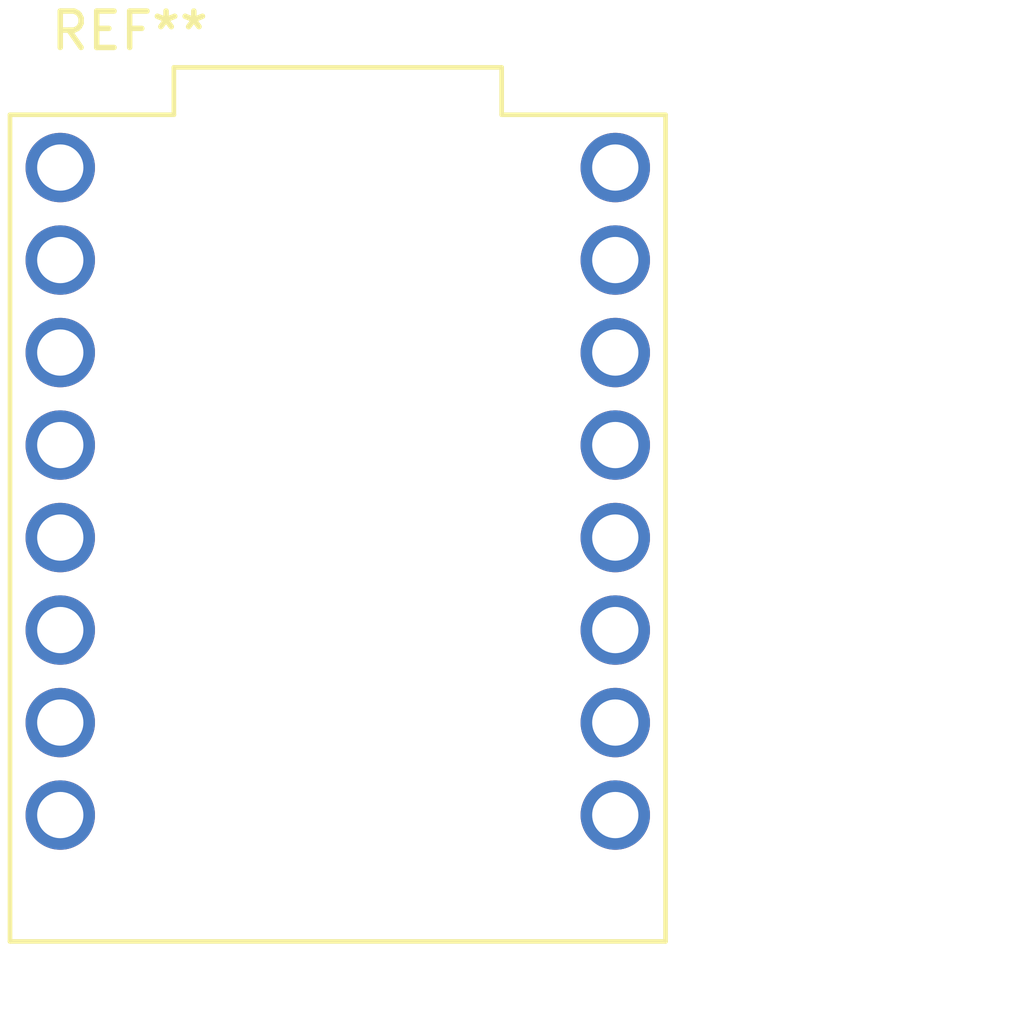
<source format=kicad_pcb>
(kicad_pcb (version 20241229) (generator "pcbnew") (generator_version "9.0")
  (layers (0 "F.Cu" signal) (2 "B.Cu" signal) (13 "F.Paste" user) (15 "B.Paste" user) (5 "F.SilkS" user "F.Silkscreen") (7 "B.SilkS" user "B.Silkscreen") (1 "F.Mask" user) (3 "B.Mask" user) (25 "Edge.Cuts" user))
  (net 0 "")
  (footprint "esp32supermini:MODULE_ESP32-C3_SUPERMINI" (layer "F.Cu") (at 103.5 75.5)
    (property "Reference" "REF**" (at -5.715 -13.6525 0) (layer "F.SilkS"))
    (property "Value" "MODULE_ESP32-C3_SUPERMINI")
    (fp_line (start -9 11.35) (end -9 -11.35) (stroke (width 0.127)) (layer "F.SilkS"))
    (fp_line (start -4.5 -12.65) (end -4.5 -11.35) (stroke (width 0.127)) (layer "F.SilkS"))
    (fp_line (start -4.5 -11.35) (end -9 -11.35) (stroke (width 0.127)) (layer "F.SilkS"))
    (fp_line (start 4.5 -12.65) (end -4.5 -12.65) (stroke (width 0.127)) (layer "F.SilkS"))
    (fp_line (start 4.5 -12.65) (end 4.5 -11.35) (stroke (width 0.127)) (layer "F.SilkS"))
    (fp_line (start 9 -11.35) (end 4.5 -11.35) (stroke (width 0.127)) (layer "F.SilkS"))
    (fp_line (start 9 11.35) (end -9 11.35) (stroke (width 0.127)) (layer "F.SilkS"))
    (fp_line (start 9 11.35) (end 9 -11.35) (stroke (width 0.127)) (layer "F.SilkS"))
    (pad "0" thru_hole circle (at 7.62 7.88) (size 1.905 1.905) (drill 1.27) (layers "*.Cu" "*.Mask"))
    (pad "1" thru_hole circle (at 7.62 5.34) (size 1.905 1.905) (drill 1.27) (layers "*.Cu" "*.Mask"))
    (pad "2" thru_hole circle (at 7.62 2.8) (size 1.905 1.905) (drill 1.27) (layers "*.Cu" "*.Mask"))
    (pad "3" thru_hole circle (at 7.62 0.26) (size 1.905 1.905) (drill 1.27) (layers "*.Cu" "*.Mask"))
    (pad "3.3" thru_hole circle (at 7.62 -4.82) (size 1.905 1.905) (drill 1.27) (layers "*.Cu" "*.Mask"))
    (pad "4" thru_hole circle (at 7.62 -2.28) (size 1.905 1.905) (drill 1.27) (layers "*.Cu" "*.Mask"))
    (pad "5" thru_hole circle (at -7.62 -9.9) (size 1.905 1.905) (drill 1.27) (layers "*.Cu" "*.Mask"))
    (pad "5V" thru_hole circle (at 7.62 -9.9) (size 1.905 1.905) (drill 1.27) (layers "*.Cu" "*.Mask"))
    (pad "6" thru_hole circle (at -7.62 -7.36) (size 1.905 1.905) (drill 1.27) (layers "*.Cu" "*.Mask"))
    (pad "7" thru_hole circle (at -7.62 -4.82) (size 1.905 1.905) (drill 1.27) (layers "*.Cu" "*.Mask"))
    (pad "8" thru_hole circle (at -7.62 -2.28) (size 1.905 1.905) (drill 1.27) (layers "*.Cu" "*.Mask"))
    (pad "9" thru_hole circle (at -7.62 0.26) (size 1.905 1.905) (drill 1.27) (layers "*.Cu" "*.Mask"))
    (pad "10" thru_hole circle (at -7.62 2.8) (size 1.905 1.905) (drill 1.27) (layers "*.Cu" "*.Mask"))
    (pad "20" thru_hole circle (at -7.62 5.34) (size 1.905 1.905) (drill 1.27) (layers "*.Cu" "*.Mask"))
    (pad "21" thru_hole circle (at -7.62 7.88) (size 1.905 1.905) (drill 1.27) (layers "*.Cu" "*.Mask"))
    (pad "G" thru_hole circle (at 7.62 -7.36) (size 1.905 1.905) (drill 1.27) (layers "*.Cu" "*.Mask"))
  )
)
</source>
